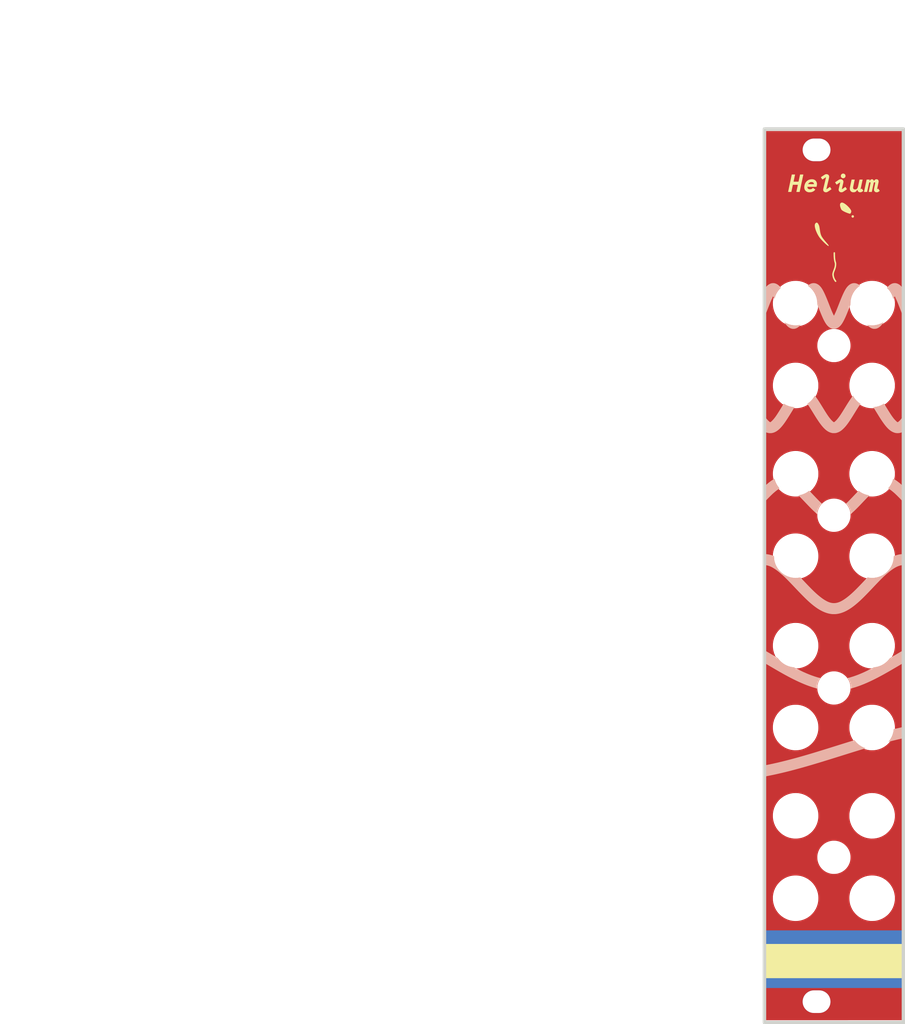
<source format=kicad_pcb>
(kicad_pcb (version 20221018) (generator pcbnew)
  (title_block (title "Helium") (date "2023-11-26") (rev "v1") (company "Winterbloom") (comment 1 "Alethea Flowers") (comment 2 "CC BY-NC-ND 4.0") (comment 3 "helium.wntr.dev"))
  (layers (0 "F.Cu" signal) (31 "B.Cu" signal) (34 "B.Paste" user) (35 "F.Paste" user) (36 "B.SilkS" user "B.Silkscreen") (37 "F.SilkS" user "F.Silkscreen") (38 "B.Mask" user) (39 "F.Mask" user) (44 "Edge.Cuts" user))
  (net 0 "")
  (footprint "Graphics" (layer "F.Cu") (at 119.7 43.69)
    (fp_text reference "")
    (fp_text value "")
  )
  (footprint "Graphics" (layer "F.Cu") (at 119.7 43.69)
    (fp_text reference "")
    (fp_text value "")
  )
  (footprint "Graphics" (layer "F.Cu") (at 119.7 43.69)
    (fp_text reference "")
    (fp_text value "")
  )
  (footprint "Graphics" (layer "F.Cu") (at 119.7 43.69)
    (fp_text reference "")
    (fp_text value "")
  )
  (footprint "DrillHole" (layer "F.Cu") (at 124.19 68.82)
    (fp_text reference "")
    (fp_text value "")
  )
  (footprint "DrillHole" (layer "F.Cu") (at 135.19 68.82)
    (fp_text reference "")
    (fp_text value "")
  )
  (footprint "DrillHole" (layer "F.Cu") (at 135.19 80.59)
    (fp_text reference "")
    (fp_text value "")
  )
  (footprint "DrillHole" (layer "F.Cu") (at 124.19 80.59)
    (fp_text reference "")
    (fp_text value "")
  )
  (footprint "DrillHole" (layer "F.Cu") (at 124.19 93.29)
    (fp_text reference "")
    (fp_text value "")
  )
  (footprint "DrillHole" (layer "F.Cu") (at 135.19 93.29)
    (fp_text reference "")
    (fp_text value "")
  )
  (footprint "DrillHole" (layer "F.Cu") (at 135.19 105.14)
    (fp_text reference "")
    (fp_text value "")
  )
  (footprint "DrillHole" (layer "F.Cu") (at 124.19 105.14)
    (fp_text reference "")
    (fp_text value "")
  )
  (footprint "DrillHole" (layer "F.Cu") (at 124.19 118.01)
    (fp_text reference "")
    (fp_text value "")
  )
  (footprint "DrillHole" (layer "F.Cu") (at 135.19 118.01)
    (fp_text reference "")
    (fp_text value "")
  )
  (footprint "DrillHole" (layer "F.Cu") (at 135.19 129.78)
    (fp_text reference "")
    (fp_text value "")
  )
  (footprint "DrillHole" (layer "F.Cu") (at 124.19 129.78)
    (fp_text reference "")
    (fp_text value "")
  )
  (footprint "DrillHole" (layer "F.Cu") (at 124.19 142.48)
    (fp_text reference "")
    (fp_text value "")
  )
  (footprint "DrillHole" (layer "F.Cu") (at 135.19 142.48)
    (fp_text reference "")
    (fp_text value "")
  )
  (footprint "DrillHole" (layer "F.Cu") (at 135.19 154.34)
    (fp_text reference "")
    (fp_text value "")
  )
  (footprint "DrillHole" (layer "F.Cu") (at 124.19 154.34)
    (fp_text reference "")
    (fp_text value "")
  )
  (footprint "DrillSlottedHole" (layer "F.Cu") (at 127.2 46.7)
    (fp_text reference "")
    (fp_text value "")
  )
  (footprint "DrillSlottedHole" (layer "F.Cu") (at 127.2 169.2)
    (fp_text reference "")
    (fp_text value "")
  )
  (footprint "Graphics" (layer "F.Cu") (at 129.7 162.7)
    (fp_text reference "")
    (fp_text value "")
  )
  (footprint "Graphics" (layer "F.Cu") (at 119.7 43.7)
    (fp_text reference "")
    (fp_text value "")
  )
  (footprint "Graphics" (layer "B.Cu") (at 119.7 43.69)
    (fp_text reference "")
    (fp_text value "")
  )
  (gr_poly (pts (xy 119.7 43.7) (xy 139.7 43.7) (xy 139.7 172.2) (xy 119.7 172.2) (xy 119.7 43.7)) (stroke (width 0.5)) (fill none) (layer "Edge.Cuts"))
)
</source>
